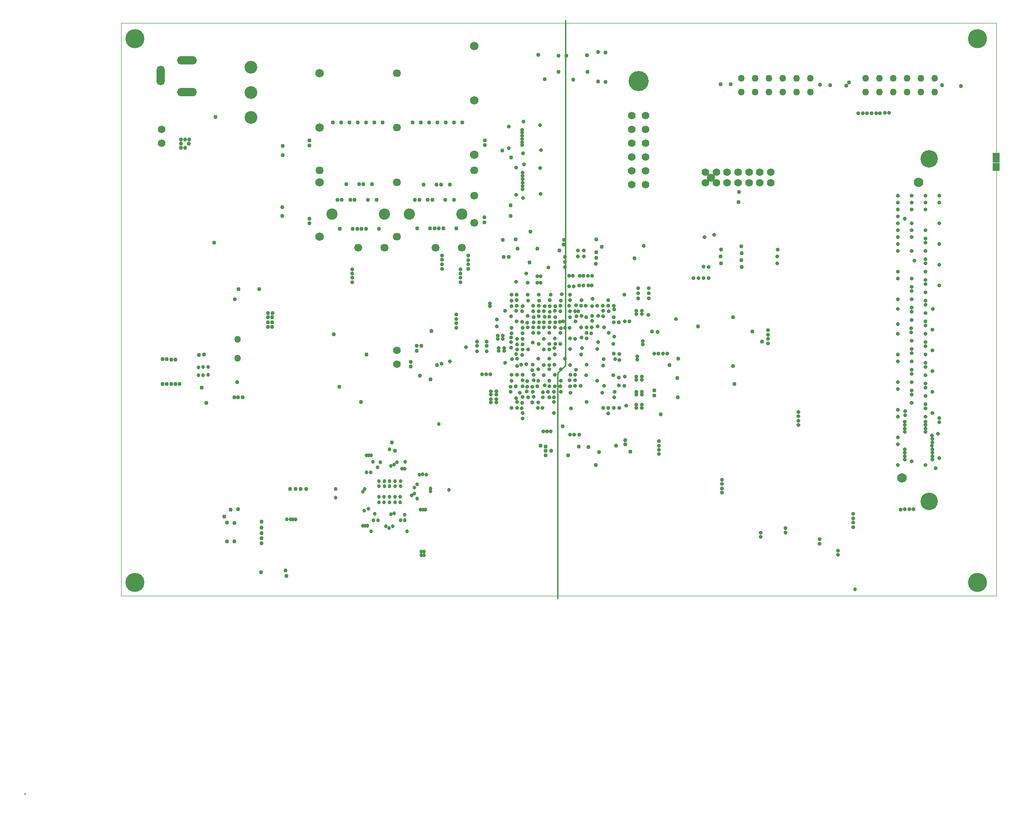
<source format=gbr>
G04 Layer_Physical_Order=5*
G04 Layer_Color=32768*
%FSLAX43Y43*%
%MOMM*%
%TF.FileFunction,Copper,L5,Inr,Plane*%
%TF.Part,Single*%
G01*
G75*
%TA.AperFunction,NonConductor*%
%ADD60C,0.254*%
%ADD93C,0.051*%
%TA.AperFunction,ComponentPad*%
%ADD94C,1.270*%
%ADD95O,3.683X1.508*%
%TA.AperFunction,ViaPad*%
%ADD96C,3.508*%
%TA.AperFunction,ComponentPad*%
%ADD97C,2.058*%
%ADD98C,1.778*%
%ADD99C,2.358*%
%ADD100C,1.508*%
%ADD101C,1.408*%
%ADD102C,1.458*%
%TA.AperFunction,ViaPad*%
%ADD103C,0.686*%
%ADD104C,0.711*%
%ADD105C,0.762*%
%TA.AperFunction,ComponentPad*%
%ADD109O,1.508X3.608*%
%TA.AperFunction,ViaPad*%
%ADD110C,3.208*%
%TA.AperFunction,ComponentPad*%
%ADD111C,1.558*%
%TA.AperFunction,ViaPad*%
%ADD112C,3.708*%
%ADD113C,0.708*%
G36*
X50254D02*
X50000D01*
Y254D01*
X50254D01*
Y0D01*
D02*
G37*
G36*
X229360Y114729D02*
X228090D01*
Y116126D01*
X229360D01*
Y114729D01*
D02*
G37*
G36*
Y116253D02*
X228090D01*
Y118005D01*
X229360D01*
Y116253D01*
D02*
G37*
D60*
X148069Y77521D02*
X149492Y78943D01*
Y81636D01*
X148069Y36068D02*
Y77521D01*
X149492Y81636D02*
Y142418D01*
D93*
X228700Y36576D02*
X228700Y141910D01*
X67805Y36576D02*
X228700D01*
X67805D02*
X67805Y141910D01*
X228700Y141910D01*
D94*
X204711Y129159D02*
D03*
X207251D02*
D03*
X209791D02*
D03*
X212331D02*
D03*
X214871D02*
D03*
X217411D02*
D03*
X204711Y131699D02*
D03*
X207251D02*
D03*
X209791D02*
D03*
X212331D02*
D03*
X214871D02*
D03*
X217411D02*
D03*
X181851Y129159D02*
D03*
X184391D02*
D03*
X186931D02*
D03*
X189471D02*
D03*
X192011D02*
D03*
X194551D02*
D03*
X181851Y131699D02*
D03*
X184391D02*
D03*
X186931D02*
D03*
X189471D02*
D03*
X192011D02*
D03*
X194551D02*
D03*
X89167Y83739D02*
D03*
Y80239D02*
D03*
D95*
X79883Y134999D02*
D03*
Y129199D02*
D03*
D96*
X225285Y139040D02*
D03*
X70345D02*
D03*
X70345Y39040D02*
D03*
X225285D02*
D03*
D97*
X120823Y106738D02*
D03*
X130423D02*
D03*
X106573Y106738D02*
D03*
X116173D02*
D03*
D98*
X211352Y58209D02*
D03*
X214400Y112591D02*
D03*
D99*
X91656Y129134D02*
D03*
Y133734D02*
D03*
Y124534D02*
D03*
D100*
X176242Y113487D02*
D03*
D101*
X175242Y112487D02*
D03*
X177242D02*
D03*
X179242D02*
D03*
X181242D02*
D03*
X183242D02*
D03*
X185242D02*
D03*
X187242D02*
D03*
X175242Y114487D02*
D03*
X177242D02*
D03*
X179242D02*
D03*
X181242D02*
D03*
X183242D02*
D03*
X185242D02*
D03*
X187242D02*
D03*
X118529Y79121D02*
D03*
Y81661D02*
D03*
X161658Y124917D02*
D03*
X164198D02*
D03*
X161658Y122377D02*
D03*
X164198D02*
D03*
X161658Y119837D02*
D03*
X164198D02*
D03*
X161658Y117297D02*
D03*
X164198D02*
D03*
X161658Y114757D02*
D03*
X164198D02*
D03*
X161658Y112217D02*
D03*
X164198D02*
D03*
X75197Y122301D02*
D03*
Y119761D02*
D03*
D102*
X130423Y100538D02*
D03*
X125623D02*
D03*
X111373D02*
D03*
X116173D02*
D03*
X132753Y114838D02*
D03*
X104253D02*
D03*
X132753Y110138D02*
D03*
Y105138D02*
D03*
X118503Y102638D02*
D03*
Y112638D02*
D03*
Y122638D02*
D03*
Y132638D02*
D03*
D103*
X123500Y44000D02*
D03*
X123000D02*
D03*
X120020Y61195D02*
D03*
X202700Y37795D02*
D03*
X126175Y68123D02*
D03*
X121700Y55400D02*
D03*
X121171Y55042D02*
D03*
X121700Y56500D02*
D03*
X118000Y51700D02*
D03*
X112588Y56210D02*
D03*
X98300Y50600D02*
D03*
X118500Y61100D02*
D03*
X114100Y61200D02*
D03*
X119966Y59966D02*
D03*
X119466D02*
D03*
X82842Y77163D02*
D03*
X82868Y78610D02*
D03*
X83757Y77188D02*
D03*
Y78610D02*
D03*
X124668Y56261D02*
D03*
Y55804D02*
D03*
X123754Y52426D02*
D03*
X123296D02*
D03*
X122839D02*
D03*
X117149Y63475D02*
D03*
X107255Y54621D02*
D03*
X107262Y56192D02*
D03*
X112222Y55728D02*
D03*
X117073Y49047D02*
D03*
X117708Y49378D02*
D03*
X116464D02*
D03*
X113746Y48412D02*
D03*
X119118Y53772D02*
D03*
X117150D02*
D03*
X115181D02*
D03*
X116165D02*
D03*
X118134D02*
D03*
X119118Y54737D02*
D03*
X117150D02*
D03*
X115181D02*
D03*
X116165D02*
D03*
X118134D02*
D03*
X119144Y56718D02*
D03*
X115206D02*
D03*
X116191D02*
D03*
X118159D02*
D03*
X119144Y57683D02*
D03*
X115206D02*
D03*
X116191D02*
D03*
X113746Y62382D02*
D03*
X113330Y62374D02*
D03*
X112908Y62382D02*
D03*
X114940Y60198D02*
D03*
X117370Y60452D02*
D03*
X115016Y50462D02*
D03*
X113086Y49428D02*
D03*
X112654D02*
D03*
X112222D02*
D03*
X114178Y50470D02*
D03*
X119182Y50419D02*
D03*
X119969Y50470D02*
D03*
X115473Y61146D02*
D03*
X119969Y51452D02*
D03*
X114457Y51613D02*
D03*
X122687Y58877D02*
D03*
X123270Y58920D02*
D03*
X123906Y58852D02*
D03*
X120401Y48387D02*
D03*
X118166Y57683D02*
D03*
X117175D02*
D03*
X117150Y56718D02*
D03*
X81979Y78585D02*
D03*
X82004Y77163D02*
D03*
X117429Y51562D02*
D03*
X112890Y59233D02*
D03*
X113652D02*
D03*
X112459Y52222D02*
D03*
X113271Y52578D02*
D03*
X122212Y54432D02*
D03*
X122238Y57020D02*
D03*
X98900Y50600D02*
D03*
X99400D02*
D03*
X99900D02*
D03*
X118000Y60700D02*
D03*
X123000Y44700D02*
D03*
X123500D02*
D03*
X128064Y56083D02*
D03*
D104*
X188455Y97688D02*
D03*
X143619Y76178D02*
D03*
X167400Y81100D02*
D03*
X143619Y77178D02*
D03*
X166600Y81100D02*
D03*
X142278Y95809D02*
D03*
X213079Y85019D02*
D03*
X141619Y84823D02*
D03*
X213079Y85781D02*
D03*
X141619Y85823D02*
D03*
X212700Y52450D02*
D03*
X147619Y87823D02*
D03*
X211900Y52450D02*
D03*
X147619Y86823D02*
D03*
X211860Y67950D02*
D03*
X146619Y89823D02*
D03*
X211860Y67290D02*
D03*
X146619Y88823D02*
D03*
X211860Y62870D02*
D03*
X144600Y89900D02*
D03*
X211865Y62205D02*
D03*
X144600Y88900D02*
D03*
X139585Y90856D02*
D03*
X199600Y44100D02*
D03*
X139585Y89856D02*
D03*
X199600Y44900D02*
D03*
X196202Y46177D02*
D03*
X139585Y85856D02*
D03*
X215670Y71811D02*
D03*
X139585Y84856D02*
D03*
X196202Y46977D02*
D03*
X215670Y71049D02*
D03*
X185382Y47396D02*
D03*
X139500Y83200D02*
D03*
X215670Y75621D02*
D03*
X185382Y48196D02*
D03*
X139500Y82200D02*
D03*
X215670Y74859D02*
D03*
X189929Y48184D02*
D03*
X140619Y82823D02*
D03*
X218210Y69271D02*
D03*
X189929Y48984D02*
D03*
X140619Y81823D02*
D03*
X218210Y68509D02*
D03*
X213130Y73589D02*
D03*
X140627Y80188D02*
D03*
X213130Y74351D02*
D03*
X139662Y80086D02*
D03*
X215670Y78669D02*
D03*
X142297Y79145D02*
D03*
X215670Y79431D02*
D03*
X141400Y79100D02*
D03*
X215695Y67950D02*
D03*
X202400Y50000D02*
D03*
X142433Y74993D02*
D03*
X215695Y67290D02*
D03*
X202400Y50800D02*
D03*
X142433Y75993D02*
D03*
X213130Y77399D02*
D03*
X140619Y77178D02*
D03*
X213130Y78161D02*
D03*
X139619Y77178D02*
D03*
X215670Y82479D02*
D03*
X140300Y75100D02*
D03*
X215670Y83241D02*
D03*
X139400Y74100D02*
D03*
X216940Y62210D02*
D03*
X141619Y77178D02*
D03*
X178300Y56300D02*
D03*
X216940Y62870D02*
D03*
X141619Y76178D02*
D03*
X178300Y57100D02*
D03*
X208217Y125374D02*
D03*
X209029Y125349D02*
D03*
X151524Y87960D02*
D03*
X206606Y125287D02*
D03*
X154419Y87122D02*
D03*
X207353Y125298D02*
D03*
X154394Y88087D02*
D03*
X205764Y125309D02*
D03*
X158407Y89916D02*
D03*
X204947Y125331D02*
D03*
X157467Y88925D02*
D03*
X204156Y125327D02*
D03*
X152464Y88023D02*
D03*
X203340Y125324D02*
D03*
X151882Y88895D02*
D03*
X155486Y88036D02*
D03*
X154300Y93600D02*
D03*
X153700D02*
D03*
X153175Y89891D02*
D03*
X154369Y89814D02*
D03*
X152413Y90932D02*
D03*
X151300Y88900D02*
D03*
X149060Y87046D02*
D03*
X149421Y85877D02*
D03*
X150330Y87833D02*
D03*
X150254Y85877D02*
D03*
X148501Y86970D02*
D03*
X158382Y87833D02*
D03*
X162500Y88400D02*
D03*
X163500D02*
D03*
X162500Y89000D02*
D03*
X163500D02*
D03*
X148628Y85801D02*
D03*
X157442Y84912D02*
D03*
X158500Y84200D02*
D03*
X161296Y87020D02*
D03*
X160446D02*
D03*
X213130Y93401D02*
D03*
X145326Y73076D02*
D03*
X213130Y92639D02*
D03*
X145377Y73965D02*
D03*
X215670Y94671D02*
D03*
X147400Y72200D02*
D03*
X215670Y93909D02*
D03*
X147384Y73101D02*
D03*
X162500Y71100D02*
D03*
X163500Y71700D02*
D03*
Y71100D02*
D03*
X153400Y72200D02*
D03*
X146300Y74100D02*
D03*
X215670Y98481D02*
D03*
X147400Y74100D02*
D03*
X215670Y97719D02*
D03*
X213119Y61265D02*
D03*
X218275Y61874D02*
D03*
X217589Y60020D02*
D03*
X211860Y68560D02*
D03*
X215695D02*
D03*
X211154Y52427D02*
D03*
X126700Y79200D02*
D03*
X211860Y66680D02*
D03*
Y63480D02*
D03*
X140600Y78800D02*
D03*
X140400Y81000D02*
D03*
X211936Y70541D02*
D03*
Y69779D02*
D03*
X136800Y72700D02*
D03*
Y72100D02*
D03*
X143619Y73178D02*
D03*
X215670Y86289D02*
D03*
X142600Y73100D02*
D03*
X215670Y87051D02*
D03*
Y90861D02*
D03*
X144400Y71100D02*
D03*
X215670Y90099D02*
D03*
X144494Y72092D02*
D03*
X213130Y89591D02*
D03*
X143400Y75000D02*
D03*
X213130Y88829D02*
D03*
X144300Y75100D02*
D03*
X192291Y68783D02*
D03*
X141516Y72009D02*
D03*
X192291Y69583D02*
D03*
X141465Y71069D02*
D03*
X178300Y57900D02*
D03*
X192291Y67983D02*
D03*
Y70383D02*
D03*
X166662Y64211D02*
D03*
X143421Y72161D02*
D03*
X216965Y64750D02*
D03*
X166662Y63411D02*
D03*
X142400Y74200D02*
D03*
X216965Y65410D02*
D03*
X141619Y73178D02*
D03*
X147384Y70180D02*
D03*
X146520Y73065D02*
D03*
X145682Y75235D02*
D03*
X146545Y75108D02*
D03*
X145275Y71095D02*
D03*
X143500Y74100D02*
D03*
X147511Y75108D02*
D03*
X146540Y76100D02*
D03*
X148600Y74100D02*
D03*
X213678Y98171D02*
D03*
X141619Y81823D02*
D03*
X142619D02*
D03*
X215670Y102291D02*
D03*
Y101529D02*
D03*
X162700Y80000D02*
D03*
Y80600D02*
D03*
X158600Y80100D02*
D03*
X159398Y79934D02*
D03*
X146500Y80200D02*
D03*
X147500Y80900D02*
D03*
X144491Y80194D02*
D03*
X143462Y83099D02*
D03*
X145500Y79000D02*
D03*
X146500D02*
D03*
X145541Y81901D02*
D03*
X146541D02*
D03*
X168200Y81100D02*
D03*
X143600Y88900D02*
D03*
X158318Y77118D02*
D03*
X158540Y74100D02*
D03*
X143500Y79100D02*
D03*
X155359Y81915D02*
D03*
X145500Y77100D02*
D03*
X142500Y86800D02*
D03*
X136900Y86100D02*
D03*
X143421Y78061D02*
D03*
X145500Y83800D02*
D03*
X138400Y89000D02*
D03*
X153300Y87800D02*
D03*
X151400Y90000D02*
D03*
X150200Y89900D02*
D03*
X162900Y93100D02*
D03*
X158400Y81100D02*
D03*
X159335Y76709D02*
D03*
X150400Y73900D02*
D03*
X175781Y95021D02*
D03*
X151263Y75178D02*
D03*
X174858Y95021D02*
D03*
X151263Y76178D02*
D03*
X173935Y95021D02*
D03*
X160312Y75209D02*
D03*
X169812Y87478D02*
D03*
X166400Y85100D02*
D03*
X153300Y77100D02*
D03*
X144500Y78200D02*
D03*
X146500D02*
D03*
X148600D02*
D03*
X151400Y78105D02*
D03*
X158458Y73025D02*
D03*
X141600Y75075D02*
D03*
X150330Y79019D02*
D03*
X140400Y110300D02*
D03*
Y115300D02*
D03*
X152800Y93600D02*
D03*
X141516Y122276D02*
D03*
Y121707D02*
D03*
Y121138D02*
D03*
Y120569D02*
D03*
Y120000D02*
D03*
Y119431D02*
D03*
X141618Y114402D02*
D03*
Y113782D02*
D03*
Y113162D02*
D03*
Y112542D02*
D03*
Y111923D02*
D03*
Y111303D02*
D03*
X150300Y66200D02*
D03*
X138400Y79400D02*
D03*
X148800Y92002D02*
D03*
X147600Y89800D02*
D03*
X146600Y90900D02*
D03*
X150300Y88900D02*
D03*
X129426Y86677D02*
D03*
X128200Y79700D02*
D03*
X148600Y76100D02*
D03*
X164700Y88200D02*
D03*
X131200Y82300D02*
D03*
X152000Y66200D02*
D03*
X151100D02*
D03*
X146368Y96926D02*
D03*
X164800Y91300D02*
D03*
Y92200D02*
D03*
X162900Y91300D02*
D03*
Y92200D02*
D03*
X146800Y66800D02*
D03*
X146100D02*
D03*
X145400D02*
D03*
X160400Y76900D02*
D03*
X152000Y93600D02*
D03*
X154500Y91200D02*
D03*
X154400Y95400D02*
D03*
X153600D02*
D03*
X152800D02*
D03*
X152100D02*
D03*
X150800D02*
D03*
X150200D02*
D03*
Y93500D02*
D03*
X152400Y80900D02*
D03*
X156500Y80100D02*
D03*
X143541Y89901D02*
D03*
X135800Y72100D02*
D03*
Y72700D02*
D03*
X136800Y73600D02*
D03*
Y74200D02*
D03*
X135800Y73600D02*
D03*
Y74200D02*
D03*
X141600Y69200D02*
D03*
X163900Y100900D02*
D03*
X188455Y98933D02*
D03*
X135000Y82500D02*
D03*
X133200D02*
D03*
X135700Y77300D02*
D03*
X134900D02*
D03*
X134200D02*
D03*
X140441Y89001D02*
D03*
X152438Y84049D02*
D03*
X154292Y85928D02*
D03*
X150330Y75133D02*
D03*
X156426Y78943D02*
D03*
X141897Y115900D02*
D03*
X144806Y115202D02*
D03*
X144932Y110451D02*
D03*
X141694Y109728D02*
D03*
X139090Y122821D02*
D03*
Y118833D02*
D03*
X141706Y117919D02*
D03*
X145008Y118528D02*
D03*
X144844Y123114D02*
D03*
X141745Y123749D02*
D03*
X145529Y86893D02*
D03*
X147561Y89002D02*
D03*
X129426Y85877D02*
D03*
X153341Y85901D02*
D03*
Y83901D02*
D03*
Y84901D02*
D03*
X110274Y94234D02*
D03*
X176848Y102921D02*
D03*
X175095Y102489D02*
D03*
X174858Y97087D02*
D03*
X175781Y97053D02*
D03*
X173012Y95021D02*
D03*
X141516Y80885D02*
D03*
X144541Y85901D02*
D03*
X166662Y62611D02*
D03*
Y65011D02*
D03*
X144619Y86823D02*
D03*
X147541Y85901D02*
D03*
X126759Y96719D02*
D03*
X150305Y81966D02*
D03*
X146541Y82901D02*
D03*
X151263Y83823D02*
D03*
X154263Y84823D02*
D03*
X156600Y85900D02*
D03*
X141541Y88901D02*
D03*
X141619Y89823D02*
D03*
X151263Y77178D02*
D03*
X150263Y76178D02*
D03*
X129426Y88277D02*
D03*
X141592Y70180D02*
D03*
X110274Y96634D02*
D03*
X140602Y83845D02*
D03*
X147612Y82855D02*
D03*
X130213Y94234D02*
D03*
X131600Y99100D02*
D03*
X130213Y96634D02*
D03*
X126759Y99119D02*
D03*
X140500Y87020D02*
D03*
X152341Y89901D02*
D03*
X155341D02*
D03*
X156341D02*
D03*
X158341Y86901D02*
D03*
X145541Y88901D02*
D03*
X148541Y89901D02*
D03*
Y88901D02*
D03*
X140541Y90901D02*
D03*
Y89901D02*
D03*
X139541Y91901D02*
D03*
X140541D02*
D03*
X143541Y85901D02*
D03*
X145541D02*
D03*
X139475Y84100D02*
D03*
X144541Y82901D02*
D03*
X148541D02*
D03*
X146749Y91948D02*
D03*
X142541Y85901D02*
D03*
X142507Y88062D02*
D03*
X141516Y86970D02*
D03*
X144564Y87935D02*
D03*
X149372Y80188D02*
D03*
X148541Y75101D02*
D03*
X150500Y71000D02*
D03*
X157400Y70100D02*
D03*
X160700Y71500D02*
D03*
X147500Y77200D02*
D03*
X144500Y76100D02*
D03*
X139600D02*
D03*
X150300Y83900D02*
D03*
X156300Y73900D02*
D03*
X159322Y75235D02*
D03*
X156600Y75180D02*
D03*
X155300Y76100D02*
D03*
X153400Y79100D02*
D03*
X152500Y82100D02*
D03*
X155500Y83200D02*
D03*
X152400Y85900D02*
D03*
X155400Y86100D02*
D03*
X157400Y90900D02*
D03*
X160300Y91900D02*
D03*
X150400Y77200D02*
D03*
X152300Y75200D02*
D03*
X156400Y71100D02*
D03*
X157400D02*
D03*
X158400D02*
D03*
X159400D02*
D03*
X165800Y81100D02*
D03*
X159400Y81000D02*
D03*
X158300Y82900D02*
D03*
X162500Y73600D02*
D03*
X163500D02*
D03*
Y74100D02*
D03*
X162500D02*
D03*
Y76900D02*
D03*
Y76300D02*
D03*
X163500Y76900D02*
D03*
Y76300D02*
D03*
X163700Y83400D02*
D03*
Y82800D02*
D03*
X137000Y84400D02*
D03*
Y83800D02*
D03*
X138000Y84400D02*
D03*
Y83800D02*
D03*
X137200Y82100D02*
D03*
X133212Y81523D02*
D03*
X135012D02*
D03*
X133200Y83300D02*
D03*
X138200Y82100D02*
D03*
Y81600D02*
D03*
X137200D02*
D03*
X135000Y83300D02*
D03*
X162500Y71700D02*
D03*
X150300Y91900D02*
D03*
X131600Y96700D02*
D03*
X142507Y94132D02*
D03*
X144300Y94100D02*
D03*
X144900D02*
D03*
X144300Y95300D02*
D03*
X144900D02*
D03*
X129426Y87477D02*
D03*
X143609Y87823D02*
D03*
Y86823D02*
D03*
X164800Y93100D02*
D03*
X151000Y93500D02*
D03*
X148619Y90823D02*
D03*
X150300Y90900D02*
D03*
X157341Y89901D02*
D03*
X144619Y90823D02*
D03*
X145700Y89800D02*
D03*
X144541Y91901D02*
D03*
X145656Y87884D02*
D03*
X146541Y87901D02*
D03*
Y85901D02*
D03*
X146619Y86823D02*
D03*
X213500Y52450D02*
D03*
X148541Y84901D02*
D03*
X147541Y83901D02*
D03*
X146541Y84901D02*
D03*
X144541D02*
D03*
X143600Y84900D02*
D03*
X210590Y108895D02*
D03*
X213130Y110165D02*
D03*
Y107625D02*
D03*
X210590Y106355D02*
D03*
X213130Y105085D02*
D03*
X210590Y103815D02*
D03*
X213130Y100005D02*
D03*
X218210Y110165D02*
D03*
X215670Y108895D02*
D03*
X213130Y102545D02*
D03*
Y108895D02*
D03*
Y103815D02*
D03*
Y94925D02*
D03*
Y91115D02*
D03*
Y87305D02*
D03*
Y83495D02*
D03*
X213135Y79700D02*
D03*
X213130Y75875D02*
D03*
Y72065D02*
D03*
X210590Y60635D02*
D03*
Y64445D02*
D03*
Y65715D02*
D03*
Y69525D02*
D03*
Y70795D02*
D03*
Y74605D02*
D03*
Y75875D02*
D03*
Y79685D02*
D03*
Y80955D02*
D03*
Y84765D02*
D03*
Y86543D02*
D03*
Y89337D02*
D03*
Y91115D02*
D03*
Y94925D02*
D03*
Y96195D02*
D03*
Y100005D02*
D03*
Y101275D02*
D03*
Y102545D02*
D03*
Y105085D02*
D03*
Y107625D02*
D03*
Y110165D02*
D03*
X215670Y69525D02*
D03*
Y73335D02*
D03*
Y77145D02*
D03*
Y80955D02*
D03*
Y84765D02*
D03*
Y88575D02*
D03*
Y92385D02*
D03*
Y96195D02*
D03*
Y100005D02*
D03*
Y103815D02*
D03*
Y107625D02*
D03*
Y110165D02*
D03*
X218210Y108895D02*
D03*
Y105085D02*
D03*
Y101275D02*
D03*
Y97465D02*
D03*
Y93655D02*
D03*
X215670Y60635D02*
D03*
X216940Y63480D02*
D03*
X186700Y85400D02*
D03*
Y83000D02*
D03*
X216915Y64140D02*
D03*
Y66020D02*
D03*
X141078Y73895D02*
D03*
X202400Y51600D02*
D03*
Y49200D02*
D03*
X215695Y66680D02*
D03*
X211860Y61600D02*
D03*
X218000Y66400D02*
D03*
X217000Y70200D02*
D03*
Y74100D02*
D03*
Y77900D02*
D03*
Y81700D02*
D03*
Y85500D02*
D03*
X217030Y89300D02*
D03*
X211900Y105900D02*
D03*
X216940Y61600D02*
D03*
X178300Y55500D02*
D03*
X139478Y87954D02*
D03*
X136900Y87400D02*
D03*
X135600Y90300D02*
D03*
Y89800D02*
D03*
X139400Y75000D02*
D03*
X140400Y72900D02*
D03*
X139611Y71100D02*
D03*
X158500Y89200D02*
D03*
X156400Y88000D02*
D03*
Y89000D02*
D03*
X159271Y86868D02*
D03*
X188481Y100203D02*
D03*
X151321Y87071D02*
D03*
X142619Y90823D02*
D03*
X142541Y91901D02*
D03*
X140449Y94310D02*
D03*
X110274Y95034D02*
D03*
Y95834D02*
D03*
X130213Y95834D02*
D03*
X126759Y97536D02*
D03*
X131600Y97500D02*
D03*
X126759Y98336D02*
D03*
X131600Y98300D02*
D03*
X130213Y95034D02*
D03*
X141619Y83823D02*
D03*
X186700Y84600D02*
D03*
X141619Y82823D02*
D03*
X186700Y83800D02*
D03*
X147492Y82094D02*
D03*
X147485Y79045D02*
D03*
X140619Y72178D02*
D03*
X213130Y81209D02*
D03*
X140600Y71100D02*
D03*
X213130Y81971D02*
D03*
D105*
X218783Y130505D02*
D03*
X222212Y130277D02*
D03*
X201638Y131013D02*
D03*
X201094Y130363D02*
D03*
X179885Y130668D02*
D03*
X178006D02*
D03*
X198209Y130505D02*
D03*
X196314Y130520D02*
D03*
X160490Y64465D02*
D03*
X125844Y79019D02*
D03*
X109145Y112261D02*
D03*
X111545D02*
D03*
X112341D02*
D03*
X113942D02*
D03*
X113145Y109423D02*
D03*
X110745D02*
D03*
X123406Y112210D02*
D03*
X125806D02*
D03*
X126606D02*
D03*
X128203D02*
D03*
X127406Y109372D02*
D03*
X125006D02*
D03*
X150000Y62400D02*
D03*
X118200Y63200D02*
D03*
X88700Y91100D02*
D03*
X122700Y77000D02*
D03*
X124700Y76400D02*
D03*
X185600Y83300D02*
D03*
X183900Y85200D02*
D03*
X162200Y98600D02*
D03*
X140300Y102100D02*
D03*
X158800Y64200D02*
D03*
X90100Y73100D02*
D03*
X89300D02*
D03*
X88600D02*
D03*
X84900Y101500D02*
D03*
X97500Y117600D02*
D03*
Y119300D02*
D03*
X97400Y108000D02*
D03*
Y106400D02*
D03*
X137900Y118400D02*
D03*
X139500Y117200D02*
D03*
X139400Y108400D02*
D03*
Y106400D02*
D03*
X181300Y109000D02*
D03*
X181400Y110800D02*
D03*
X106900Y84700D02*
D03*
X87900Y52400D02*
D03*
X124879Y85268D02*
D03*
X150901Y131508D02*
D03*
X145643Y131533D02*
D03*
X156858Y136474D02*
D03*
X155512Y136525D02*
D03*
X137960Y101981D02*
D03*
X143015Y103505D02*
D03*
X165443Y85141D02*
D03*
X107887Y75006D02*
D03*
X83045Y80896D02*
D03*
X82106Y80871D02*
D03*
X83482Y72060D02*
D03*
X111925Y72212D02*
D03*
X117564Y64745D02*
D03*
X112903Y80963D02*
D03*
X86715Y51169D02*
D03*
X88583Y46546D02*
D03*
X87262Y46571D02*
D03*
X122974Y82575D02*
D03*
X122111Y81636D02*
D03*
Y82575D02*
D03*
X121044Y79604D02*
D03*
Y78715D02*
D03*
X102400Y105105D02*
D03*
X98179Y40239D02*
D03*
X89345Y92989D02*
D03*
X85157Y124581D02*
D03*
X82614Y74879D02*
D03*
X134582Y105258D02*
D03*
Y106147D02*
D03*
X134633Y119431D02*
D03*
Y120269D02*
D03*
X102426Y119405D02*
D03*
Y120294D02*
D03*
X102400Y105918D02*
D03*
X121374Y123596D02*
D03*
X122898D02*
D03*
X124422D02*
D03*
X125946D02*
D03*
X127470D02*
D03*
X128994D02*
D03*
X130518D02*
D03*
X115888Y123571D02*
D03*
X114364D02*
D03*
X112840D02*
D03*
X111316D02*
D03*
X109792D02*
D03*
X108268D02*
D03*
X106744D02*
D03*
X111988Y104089D02*
D03*
X107988D02*
D03*
X110388D02*
D03*
X122212Y104140D02*
D03*
X124628D02*
D03*
X109945Y109423D02*
D03*
X124206Y109372D02*
D03*
X122606D02*
D03*
X129006D02*
D03*
X121806D02*
D03*
X108345Y109423D02*
D03*
X107545D02*
D03*
X129412Y104140D02*
D03*
X127012D02*
D03*
X126212D02*
D03*
X125412Y104140D02*
D03*
X115188Y104089D02*
D03*
X112788D02*
D03*
X111188D02*
D03*
X178067Y97688D02*
D03*
X178041Y98933D02*
D03*
X178067Y100254D02*
D03*
X87262Y50000D02*
D03*
X88583Y49950D02*
D03*
X153581Y132918D02*
D03*
X149695Y135915D02*
D03*
X153505Y135941D02*
D03*
X148247Y132944D02*
D03*
Y135915D02*
D03*
X144513Y136017D02*
D03*
X173901Y86106D02*
D03*
X148984Y67742D02*
D03*
X160490Y65187D02*
D03*
X151956Y64033D02*
D03*
X145885Y64008D02*
D03*
X144920Y64135D02*
D03*
X168618Y78994D02*
D03*
X180327Y78816D02*
D03*
Y87757D02*
D03*
X145885Y62416D02*
D03*
Y63221D02*
D03*
X139060Y98874D02*
D03*
X89091Y75842D02*
D03*
X78779Y120441D02*
D03*
X79567Y120466D02*
D03*
X80329D02*
D03*
X78779Y119679D02*
D03*
X80200Y119700D02*
D03*
X78754Y118917D02*
D03*
X79592Y118942D02*
D03*
X93186Y92955D02*
D03*
X75375Y75537D02*
D03*
X76187D02*
D03*
X76975D02*
D03*
X77737D02*
D03*
X78499D02*
D03*
X75425Y80058D02*
D03*
X76162D02*
D03*
X76975Y80033D02*
D03*
X77788Y80007D02*
D03*
X98895Y56210D02*
D03*
X99860Y56236D02*
D03*
X100800Y56210D02*
D03*
X101791Y56236D02*
D03*
X93637Y46203D02*
D03*
Y47168D02*
D03*
Y48108D02*
D03*
Y49124D02*
D03*
Y50165D02*
D03*
X93498Y40881D02*
D03*
X97998Y41191D02*
D03*
X155181Y99746D02*
D03*
X155156Y102083D02*
D03*
X149263Y102057D02*
D03*
X149187Y101168D02*
D03*
X149365Y98882D02*
D03*
Y97028D02*
D03*
X148349Y100051D02*
D03*
X156147Y100736D02*
D03*
X138163Y98882D02*
D03*
X142900Y97900D02*
D03*
X140700Y100400D02*
D03*
X144300D02*
D03*
X146901Y63271D02*
D03*
X153759Y63881D02*
D03*
X161404Y63068D02*
D03*
X155689Y63017D02*
D03*
X155080Y60655D02*
D03*
X170218Y80188D02*
D03*
X155512Y131115D02*
D03*
X156832Y131089D02*
D03*
X95593Y85976D02*
D03*
Y86865D02*
D03*
X95618Y88542D02*
D03*
X95593Y87754D02*
D03*
X94755Y86002D02*
D03*
Y86891D02*
D03*
X94780Y88542D02*
D03*
Y87754D02*
D03*
X114745Y109423D02*
D03*
X155131Y98730D02*
D03*
X155105Y97612D02*
D03*
X149365Y97993D02*
D03*
X180568Y75536D02*
D03*
X170142Y73058D02*
D03*
X170100Y76600D02*
D03*
X165800Y73400D02*
D03*
Y74300D02*
D03*
X167000Y69900D02*
D03*
X89268Y52476D02*
D03*
X181851Y100838D02*
D03*
X181877Y99568D02*
D03*
X181801Y98298D02*
D03*
X181928Y97028D02*
D03*
D109*
X75083Y132199D02*
D03*
D110*
X216400Y53891D02*
D03*
Y116891D02*
D03*
D111*
X132753Y137638D02*
D03*
Y127638D02*
D03*
Y117638D02*
D03*
X104253Y132638D02*
D03*
Y122638D02*
D03*
Y112638D02*
D03*
Y102638D02*
D03*
D112*
X162928Y131267D02*
D03*
D113*
X152891Y100037D02*
D03*
Y98937D02*
D03*
X151791D02*
D03*
Y100037D02*
D03*
%TF.MD5,3dda7f46060c8b6c0bd88bd36bd60fcd*%
M02*

</source>
